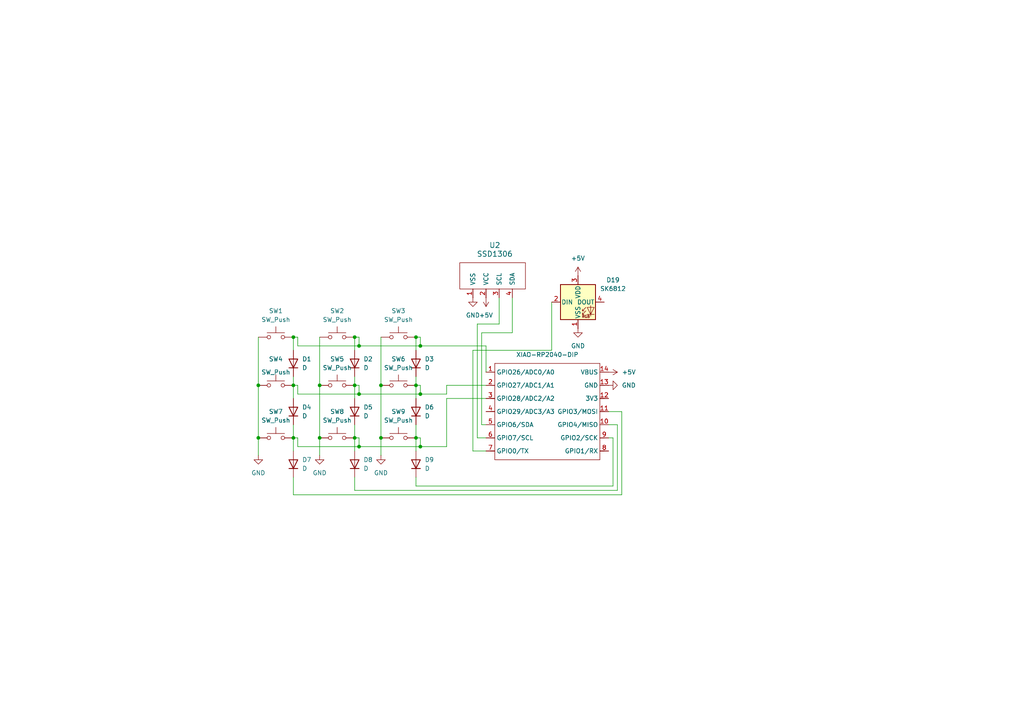
<source format=kicad_sch>
(kicad_sch (version 20250114) (generator "eeschema") (generator_version "9.0")
  (paper "A4")
  (lib_symbols
    (symbol "Device:D" (pin_numbers (hide yes)) (pin_names (offset 1.016) (hide yes))
      (property "Reference" "D" (at 0 2.54 0))
      (property "Value" "D" (at 0 -2.54 0))
      (symbol "D_0_1"
        (polyline (pts (xy -1.27 1.27) (xy -1.27 -1.27)) (stroke (width 0.254)))
        (polyline (pts (xy 1.27 1.27) (xy 1.27 -1.27) (xy -1.27 0) (xy 1.27 1.27)) (stroke (width 0.254)))
        (polyline (pts (xy 1.27 0) (xy -1.27 0)))
      )
      (symbol "D_1_1"
        (pin passive line (at -3.81 0 0) (length 2.54) (name "K") (number "1"))
        (pin passive line (at 3.81 0 180) (length 2.54) (name "A") (number "2"))
      )
    )
    (symbol "LED:SK6812" (pin_names (offset 0.254))
      (property "Reference" "D" (at 5.08 5.715 0))
      (property "Value" "SK6812" (at 1.27 -5.715 0))
      (symbol "SK6812_0_0"
        (text "RGB" (at 2.286 -4.191 0) (effects (font (size 0.762 0.762))))
      )
      (symbol "SK6812_0_1"
        (polyline (pts (xy 1.27 -2.54) (xy 1.778 -2.54)))
        (polyline (pts (xy 1.27 -3.556) (xy 1.778 -3.556)))
        (polyline (pts (xy 2.286 -1.524) (xy 1.27 -2.54) (xy 1.27 -2.032)))
        (polyline (pts (xy 2.286 -2.54) (xy 1.27 -3.556) (xy 1.27 -3.048)))
        (polyline (pts (xy 3.683 -1.016) (xy 3.683 -3.556) (xy 3.683 -4.064)))
        (polyline (pts (xy 4.699 -1.524) (xy 2.667 -1.524) (xy 3.683 -3.556) (xy 4.699 -1.524)))
        (polyline (pts (xy 4.699 -3.556) (xy 2.667 -3.556)))
        (rectangle (start 5.08 5.08) (end -5.08 -5.08) (stroke (width 0.254)) (fill (type background)))
      )
      (symbol "SK6812_1_1"
        (pin input line (at -7.62 0 0) (length 2.54) (name "DIN") (number "2"))
        (pin power_in line (at 0 7.62 270) (length 2.54) (name "VDD") (number "3"))
        (pin power_in line (at 0 -7.62 90) (length 2.54) (name "VSS") (number "1"))
        (pin output line (at 7.62 0 180) (length 2.54) (name "DOUT") (number "4"))
      )
    )
    (symbol "SSD1306_OLED-0.91-128x32:SSD1306" (pin_names (offset 1.016))
      (property "Reference" "U2" (at -3.81 15.24 0))
      (property "Value" "SSD1306" (at -3.81 12.7 0))
      (symbol "SSD1306_0_1"
        (rectangle (start -13.97 10.16) (end 5.08 2.54))
      )
      (symbol "SSD1306_1_1"
        (pin output line (at -10.16 0 90) (length 2.54) (name "VSS") (number "1"))
        (pin input line (at -6.35 0 90) (length 2.54) (name "VCC") (number "2"))
        (pin input line (at -2.54 0 90) (length 2.54) (name "SCL") (number "3"))
        (pin input line (at 1.27 0 90) (length 2.54) (name "SDA") (number "4"))
      )
    )
    (symbol "Seeed_Studio_XIAO_Series:XIAO-RP2040-DIP"
      (property "Reference" "U" (at 0 0 0))
      (property "Value" "XIAO-RP2040-DIP" (at 5.334 -1.778 0))
      (symbol "XIAO-RP2040-DIP_1_0"
        (polyline (pts (xy -1.27 -2.54) (xy 29.21 -2.54)) (stroke (width 0.1524)))
        (polyline (pts (xy -1.27 -5.08) (xy -2.54 -5.08)) (stroke (width 0.1524)))
        (polyline (pts (xy -1.27 -5.08) (xy -1.27 -2.54)) (stroke (width 0.1524)))
        (polyline (pts (xy -1.27 -8.89) (xy -2.54 -8.89)) (stroke (width 0.1524)))
        (polyline (pts (xy -1.27 -8.89) (xy -1.27 -5.08)) (stroke (width 0.1524)))
        (polyline (pts (xy -1.27 -12.7) (xy -2.54 -12.7)) (stroke (width 0.1524)))
        (polyline (pts (xy -1.27 -12.7) (xy -1.27 -8.89)) (stroke (width 0.1524)))
        (polyline (pts (xy -1.27 -16.51) (xy -2.54 -16.51)) (stroke (width 0.1524)))
        (polyline (pts (xy -1.27 -16.51) (xy -1.27 -12.7)) (stroke (width 0.1524)))
        (polyline (pts (xy -1.27 -20.32) (xy -2.54 -20.32)) (stroke (width 0.1524)))
        (polyline (pts (xy -1.27 -24.13) (xy -2.54 -24.13)) (stroke (width 0.1524)))
        (polyline (pts (xy -1.27 -27.94) (xy -2.54 -27.94)) (stroke (width 0.1524)))
        (polyline (pts (xy -1.27 -30.48) (xy -1.27 -16.51)) (stroke (width 0.1524)))
        (polyline (pts (xy 29.21 -2.54) (xy 29.21 -5.08)) (stroke (width 0.1524)))
        (polyline (pts (xy 29.21 -5.08) (xy 29.21 -8.89)) (stroke (width 0.1524)))
        (polyline (pts (xy 29.21 -8.89) (xy 29.21 -12.7)) (stroke (width 0.1524)))
        (polyline (pts (xy 29.21 -12.7) (xy 29.21 -30.48)) (stroke (width 0.1524)))
        (polyline (pts (xy 29.21 -30.48) (xy -1.27 -30.48)) (stroke (width 0.1524)))
        (polyline (pts (xy 30.48 -5.08) (xy 29.21 -5.08)) (stroke (width 0.1524)))
        (polyline (pts (xy 30.48 -8.89) (xy 29.21 -8.89)) (stroke (width 0.1524)))
        (polyline (pts (xy 30.48 -12.7) (xy 29.21 -12.7)) (stroke (width 0.1524)))
        (polyline (pts (xy 30.48 -16.51) (xy 29.21 -16.51)) (stroke (width 0.1524)))
        (polyline (pts (xy 30.48 -20.32) (xy 29.21 -20.32)) (stroke (width 0.1524)))
        (polyline (pts (xy 30.48 -24.13) (xy 29.21 -24.13)) (stroke (width 0.1524)))
        (polyline (pts (xy 30.48 -27.94) (xy 29.21 -27.94)) (stroke (width 0.1524)))
        (pin passive line (at -3.81 -5.08 0) (length 2.54) (name "GPIO26/ADC0/A0") (number "1"))
        (pin passive line (at -3.81 -8.89 0) (length 2.54) (name "GPIO27/ADC1/A1") (number "2"))
        (pin passive line (at -3.81 -12.7 0) (length 2.54) (name "GPIO28/ADC2/A2") (number "3"))
        (pin passive line (at -3.81 -16.51 0) (length 2.54) (name "GPIO29/ADC3/A3") (number "4"))
        (pin passive line (at -3.81 -20.32 0) (length 2.54) (name "GPIO6/SDA") (number "5"))
        (pin passive line (at -3.81 -24.13 0) (length 2.54) (name "GPIO7/SCL") (number "6"))
        (pin passive line (at -3.81 -27.94 0) (length 2.54) (name "GPIO0/TX") (number "7"))
        (pin passive line (at 31.75 -5.08 180) (length 2.54) (name "VBUS") (number "14"))
        (pin passive line (at 31.75 -8.89 180) (length 2.54) (name "GND") (number "13"))
        (pin passive line (at 31.75 -12.7 180) (length 2.54) (name "3V3") (number "12"))
        (pin passive line (at 31.75 -16.51 180) (length 2.54) (name "GPIO3/MOSI") (number "11"))
        (pin passive line (at 31.75 -20.32 180) (length 2.54) (name "GPIO4/MISO") (number "10"))
        (pin passive line (at 31.75 -24.13 180) (length 2.54) (name "GPIO2/SCK") (number "9"))
        (pin passive line (at 31.75 -27.94 180) (length 2.54) (name "GPIO1/RX") (number "8"))
      )
    )
    (symbol "Switch:SW_Push" (pin_numbers (hide yes)) (pin_names (offset 1.016) (hide yes))
      (property "Reference" "SW" (at 1.27 2.54 0))
      (property "Value" "SW_Push" (at 0 -1.524 0))
      (symbol "SW_Push_0_1"
        (circle (center -2.032 0) (radius 0.508))
        (polyline (pts (xy 0 1.27) (xy 0 3.048)))
        (circle (center 2.032 0) (radius 0.508))
        (polyline (pts (xy 2.54 1.27) (xy -2.54 1.27)))
        (pin passive line (at -5.08 0 0) (length 2.54) (name "1") (number "1"))
        (pin passive line (at 5.08 0 180) (length 2.54) (name "2") (number "2"))
      )
    )
    (symbol "power:+5V" (power) (pin_numbers (hide yes)) (pin_names (offset 0) (hide yes))
      (property "Value" "+5V" (at 0 3.556 0))
      (symbol "+5V_0_1"
        (polyline (pts (xy -0.762 1.27) (xy 0 2.54)))
        (polyline (pts (xy 0 2.54) (xy 0.762 1.27)))
        (polyline (pts (xy 0 0) (xy 0 2.54)))
      )
      (symbol "+5V_1_1"
        (pin power_in line (at 0 0 90) (length 0) (name "~") (number "1"))
      )
    )
    (symbol "power:GND" (power) (pin_numbers (hide yes)) (pin_names (offset 0) (hide yes))
      (property "Value" "GND" (at 0 -3.81 0))
      (symbol "GND_0_1"
        (polyline (pts (xy 0 0) (xy 0 -1.27) (xy 1.27 -1.27) (xy 0 -2.54) (xy -1.27 -1.27) (xy 0 -1.27)))
      )
      (symbol "GND_1_1"
        (pin power_in line (at 0 0 270) (length 0) (name "~") (number "1"))
      )
    )
  )
  (junction (at 74.93 111.76))
  (junction (at 110.49 111.76))
  (junction (at 102.87 97.79))
  (junction (at 120.65 97.79))
  (junction (at 85.09 127))
  (junction (at 92.71 111.76))
  (junction (at 85.09 97.79))
  (junction (at 121.92 129.54))
  (junction (at 102.87 111.76))
  (junction (at 120.65 127))
  (junction (at 104.14 129.54))
  (junction (at 104.14 100.33))
  (junction (at 104.14 114.3))
  (junction (at 74.93 127))
  (junction (at 85.09 111.76))
  (junction (at 120.65 111.76))
  (junction (at 121.92 100.33))
  (junction (at 110.49 127))
  (junction (at 121.92 114.3))
  (junction (at 92.71 127))
  (junction (at 102.87 127))
  (wire (pts (xy 92.71 127) (xy 92.71 132.08)))
  (wire (pts (xy 86.36 111.76) (xy 86.36 114.3)))
  (wire (pts (xy 180.34 119.38) (xy 176.53 119.38)))
  (wire (pts (xy 120.65 127) (xy 120.65 130.81)))
  (wire (pts (xy 160.02 87.63) (xy 160.02 101.6)))
  (wire (pts (xy 121.92 97.79) (xy 121.92 100.33)))
  (wire (pts (xy 138.43 93.98) (xy 138.43 127)))
  (wire (pts (xy 179.07 123.19) (xy 176.53 123.19)))
  (wire (pts (xy 102.87 111.76) (xy 104.14 111.76)))
  (wire (pts (xy 121.92 127) (xy 121.92 129.54)))
  (wire (pts (xy 137.16 101.6) (xy 137.16 130.81)))
  (wire (pts (xy 92.71 111.76) (xy 92.71 127)))
  (wire (pts (xy 104.14 127) (xy 104.14 129.54)))
  (wire (pts (xy 102.87 109.22) (xy 102.87 111.76)))
  (wire (pts (xy 137.16 130.81) (xy 140.97 130.81)))
  (wire (pts (xy 179.07 142.24) (xy 179.07 123.19)))
  (wire (pts (xy 86.36 114.3) (xy 104.14 114.3)))
  (wire (pts (xy 120.65 111.76) (xy 120.65 115.57)))
  (wire (pts (xy 85.09 97.79) (xy 85.09 101.6)))
  (wire (pts (xy 177.8 127) (xy 176.53 127)))
  (wire (pts (xy 110.49 111.76) (xy 110.49 127)))
  (wire (pts (xy 120.65 123.19) (xy 120.65 127)))
  (wire (pts (xy 85.09 143.51) (xy 180.34 143.51)))
  (wire (pts (xy 160.02 101.6) (xy 137.16 101.6)))
  (wire (pts (xy 110.49 97.79) (xy 110.49 111.76)))
  (wire (pts (xy 129.54 129.54) (xy 129.54 115.57)))
  (wire (pts (xy 140.97 100.33) (xy 140.97 107.95)))
  (wire (pts (xy 121.92 111.76) (xy 121.92 114.3)))
  (wire (pts (xy 144.78 86.36) (xy 144.78 93.98)))
  (wire (pts (xy 102.87 127) (xy 104.14 127)))
  (wire (pts (xy 144.78 93.98) (xy 138.43 93.98)))
  (wire (pts (xy 129.54 111.76) (xy 140.97 111.76)))
  (wire (pts (xy 148.59 96.52) (xy 139.7 96.52)))
  (wire (pts (xy 85.09 109.22) (xy 85.09 111.76)))
  (wire (pts (xy 121.92 100.33) (xy 140.97 100.33)))
  (wire (pts (xy 102.87 123.19) (xy 102.87 127)))
  (wire (pts (xy 86.36 100.33) (xy 104.14 100.33)))
  (wire (pts (xy 121.92 129.54) (xy 129.54 129.54)))
  (wire (pts (xy 85.09 123.19) (xy 85.09 127)))
  (wire (pts (xy 120.65 138.43) (xy 120.65 140.97)))
  (wire (pts (xy 86.36 97.79) (xy 86.36 100.33)))
  (wire (pts (xy 139.7 123.19) (xy 140.97 123.19)))
  (wire (pts (xy 104.14 129.54) (xy 121.92 129.54)))
  (wire (pts (xy 74.93 127) (xy 74.93 132.08)))
  (wire (pts (xy 104.14 100.33) (xy 121.92 100.33)))
  (wire (pts (xy 120.65 127) (xy 121.92 127)))
  (wire (pts (xy 120.65 97.79) (xy 121.92 97.79)))
  (wire (pts (xy 102.87 97.79) (xy 102.87 101.6)))
  (wire (pts (xy 177.8 140.97) (xy 177.8 127)))
  (wire (pts (xy 104.14 114.3) (xy 121.92 114.3)))
  (wire (pts (xy 148.59 86.36) (xy 148.59 96.52)))
  (wire (pts (xy 85.09 111.76) (xy 85.09 115.57)))
  (wire (pts (xy 104.14 111.76) (xy 104.14 114.3)))
  (wire (pts (xy 74.93 97.79) (xy 74.93 111.76)))
  (wire (pts (xy 120.65 111.76) (xy 121.92 111.76)))
  (wire (pts (xy 85.09 97.79) (xy 86.36 97.79)))
  (wire (pts (xy 85.09 111.76) (xy 86.36 111.76)))
  (wire (pts (xy 102.87 97.79) (xy 104.14 97.79)))
  (wire (pts (xy 85.09 127) (xy 85.09 130.81)))
  (wire (pts (xy 74.93 111.76) (xy 74.93 127)))
  (wire (pts (xy 86.36 127) (xy 86.36 129.54)))
  (wire (pts (xy 121.92 114.3) (xy 129.54 114.3)))
  (wire (pts (xy 120.65 140.97) (xy 177.8 140.97)))
  (wire (pts (xy 120.65 109.22) (xy 120.65 111.76)))
  (wire (pts (xy 102.87 138.43) (xy 102.87 142.24)))
  (wire (pts (xy 102.87 111.76) (xy 102.87 115.57)))
  (wire (pts (xy 120.65 97.79) (xy 120.65 101.6)))
  (wire (pts (xy 138.43 127) (xy 140.97 127)))
  (wire (pts (xy 85.09 127) (xy 86.36 127)))
  (wire (pts (xy 102.87 142.24) (xy 179.07 142.24)))
  (wire (pts (xy 86.36 129.54) (xy 104.14 129.54)))
  (wire (pts (xy 92.71 97.79) (xy 92.71 111.76)))
  (wire (pts (xy 102.87 127) (xy 102.87 130.81)))
  (wire (pts (xy 104.14 97.79) (xy 104.14 100.33)))
  (wire (pts (xy 139.7 96.52) (xy 139.7 123.19)))
  (wire (pts (xy 129.54 115.57) (xy 140.97 115.57)))
  (wire (pts (xy 110.49 127) (xy 110.49 132.08)))
  (wire (pts (xy 129.54 114.3) (xy 129.54 111.76)))
  (wire (pts (xy 180.34 143.51) (xy 180.34 119.38)))
  (wire (pts (xy 85.09 138.43) (xy 85.09 143.51)))
  (symbol (lib_id "Switch:SW_Push") (at 80.01 127 0) (unit 1)
    (property "Reference" "SW7" (at 80.01 119.38 0))
    (property "Value" "SW_Push" (at 80.01 121.92 0))
    (property "Footprint" "Button_Switch_Keyboard:SW_Cherry_MX_1.00u_PCB" (effects (hide yes)))
    (property "Description" "Push button switch, generic, two pins" (effects (hide yes)))
  )
  (symbol (lib_id "power:GND") (at 167.64 95.25 0) (unit 1)
    (property "Reference" "#PWR06" (effects (hide yes)))
    (property "Value" "GND" (at 167.64 100.33 0))
    (property "Description" "Power symbol creates a global label with name \"GND\" , ground" (effects (hide yes)))
  )
  (symbol (lib_id "Device:D") (at 85.09 119.38 90) (unit 1)
    (property "Reference" "D4" (at 87.63 118.1099 90) (effects (justify right)))
    (property "Value" "D" (at 87.63 120.6499 90) (effects (justify right)))
    (property "Footprint" "Diode_THT:D_DO-35_SOD27_P7.62mm_Horizontal" (effects (hide yes)))
    (property "Description" "Diode" (effects (hide yes)))
    (property "Sim.Device" "D" (effects (hide yes)))
    (property "Sim.Pins" "1=K 2=A" (effects (hide yes)))
  )
  (symbol (lib_id "Switch:SW_Push") (at 80.01 111.76 0) (unit 1)
    (property "Reference" "SW4" (at 80.01 104.14 0))
    (property "Value" "SW_Push" (at 80.01 107.95 0))
    (property "Footprint" "Button_Switch_Keyboard:SW_Cherry_MX_1.00u_PCB" (effects (hide yes)))
    (property "Description" "Push button switch, generic, two pins" (effects (hide yes)))
  )
  (symbol (lib_id "Switch:SW_Push") (at 97.79 97.79 0) (unit 1)
    (property "Reference" "SW2" (at 97.79 90.17 0))
    (property "Value" "SW_Push" (at 97.79 92.71 0))
    (property "Footprint" "Button_Switch_Keyboard:SW_Cherry_MX_1.00u_PCB" (effects (hide yes)))
    (property "Description" "Push button switch, generic, two pins" (effects (hide yes)))
  )
  (symbol (lib_id "power:+5V") (at 140.97 86.36 180) (unit 1)
    (property "Reference" "#PWR04" (effects (hide yes)))
    (property "Value" "+5V" (at 140.97 91.44 0))
    (property "Description" "Power symbol creates a global label with name \"+5V\"" (effects (hide yes)))
  )
  (symbol (lib_id "Device:D") (at 102.87 134.62 90) (unit 1)
    (property "Reference" "D8" (at 105.41 133.3499 90) (effects (justify right)))
    (property "Value" "D" (at 105.41 135.8899 90) (effects (justify right)))
    (property "Footprint" "Diode_THT:D_DO-35_SOD27_P7.62mm_Horizontal" (effects (hide yes)))
    (property "Description" "Diode" (effects (hide yes)))
    (property "Sim.Device" "D" (effects (hide yes)))
    (property "Sim.Pins" "1=K 2=A" (effects (hide yes)))
  )
  (symbol (lib_id "Device:D") (at 102.87 119.38 90) (unit 1)
    (property "Reference" "D5" (at 105.41 118.1099 90) (effects (justify right)))
    (property "Value" "D" (at 105.41 120.6499 90) (effects (justify right)))
    (property "Footprint" "Diode_THT:D_DO-35_SOD27_P7.62mm_Horizontal" (effects (hide yes)))
    (property "Description" "Diode" (effects (hide yes)))
    (property "Sim.Device" "D" (effects (hide yes)))
    (property "Sim.Pins" "1=K 2=A" (effects (hide yes)))
  )
  (symbol (lib_id "power:GND") (at 110.49 132.08 0) (unit 1)
    (property "Reference" "#PWR09" (effects (hide yes)))
    (property "Value" "GND" (at 110.49 137.16 0))
    (property "Description" "Power symbol creates a global label with name \"GND\" , ground" (effects (hide yes)))
  )
  (symbol (lib_id "Switch:SW_Push") (at 97.79 111.76 0) (unit 1)
    (property "Reference" "SW5" (at 97.79 104.14 0))
    (property "Value" "SW_Push" (at 97.79 106.68 0))
    (property "Footprint" "Button_Switch_Keyboard:SW_Cherry_MX_1.00u_PCB" (effects (hide yes)))
    (property "Description" "Push button switch, generic, two pins" (effects (hide yes)))
  )
  (symbol (lib_id "power:GND") (at 74.93 132.08 0) (unit 1)
    (property "Reference" "#PWR03" (effects (hide yes)))
    (property "Value" "GND" (at 74.93 137.16 0))
    (property "Description" "Power symbol creates a global label with name \"GND\" , ground" (effects (hide yes)))
  )
  (symbol (lib_id "Switch:SW_Push") (at 115.57 111.76 0) (unit 1)
    (property "Reference" "SW6" (at 115.57 104.14 0))
    (property "Value" "SW_Push" (at 115.57 106.68 0))
    (property "Footprint" "Button_Switch_Keyboard:SW_Cherry_MX_1.00u_PCB" (effects (hide yes)))
    (property "Description" "Push button switch, generic, two pins" (effects (hide yes)))
  )
  (symbol (lib_id "Device:D") (at 120.65 105.41 90) (unit 1)
    (property "Reference" "D3" (at 123.19 104.1399 90) (effects (justify right)))
    (property "Value" "D" (at 123.19 106.6799 90) (effects (justify right)))
    (property "Footprint" "Diode_THT:D_DO-35_SOD27_P7.62mm_Horizontal" (effects (hide yes)))
    (property "Description" "Diode" (effects (hide yes)))
    (property "Sim.Device" "D" (effects (hide yes)))
    (property "Sim.Pins" "1=K 2=A" (effects (hide yes)))
  )
  (symbol (lib_id "Switch:SW_Push") (at 97.79 127 0) (unit 1)
    (property "Reference" "SW8" (at 97.79 119.38 0))
    (property "Value" "SW_Push" (at 97.79 121.92 0))
    (property "Footprint" "Button_Switch_Keyboard:SW_Cherry_MX_1.00u_PCB" (effects (hide yes)))
    (property "Description" "Push button switch, generic, two pins" (effects (hide yes)))
  )
  (symbol (lib_id "Device:D") (at 85.09 134.62 90) (unit 1)
    (property "Reference" "D7" (at 87.63 133.3499 90) (effects (justify right)))
    (property "Value" "D" (at 87.63 135.8899 90) (effects (justify right)))
    (property "Footprint" "Diode_THT:D_DO-35_SOD27_P7.62mm_Horizontal" (effects (hide yes)))
    (property "Description" "Diode" (effects (hide yes)))
    (property "Sim.Device" "D" (effects (hide yes)))
    (property "Sim.Pins" "1=K 2=A" (effects (hide yes)))
  )
  (symbol (lib_id "power:+5V") (at 176.53 107.95 270) (unit 1)
    (property "Reference" "#PWR02" (effects (hide yes)))
    (property "Value" "+5V" (at 180.34 107.9499 90) (effects (justify left)))
    (property "Description" "Power symbol creates a global label with name \"+5V\"" (effects (hide yes)))
  )
  (symbol (lib_id "Device:D") (at 102.87 105.41 90) (unit 1)
    (property "Reference" "D2" (at 105.41 104.1399 90) (effects (justify right)))
    (property "Value" "D" (at 105.41 106.6799 90) (effects (justify right)))
    (property "Footprint" "Diode_THT:D_DO-35_SOD27_P7.62mm_Horizontal" (effects (hide yes)))
    (property "Description" "Diode" (effects (hide yes)))
    (property "Sim.Device" "D" (effects (hide yes)))
    (property "Sim.Pins" "1=K 2=A" (effects (hide yes)))
  )
  (symbol (lib_id "Switch:SW_Push") (at 80.01 97.79 0) (unit 1)
    (property "Reference" "SW1" (at 80.01 90.17 0))
    (property "Value" "SW_Push" (at 80.01 92.71 0))
    (property "Footprint" "Button_Switch_Keyboard:SW_Cherry_MX_1.00u_PCB" (effects (hide yes)))
    (property "Description" "Push button switch, generic, two pins" (effects (hide yes)))
  )
  (symbol (lib_id "Device:D") (at 120.65 134.62 90) (unit 1)
    (property "Reference" "D9" (at 123.19 133.3499 90) (effects (justify right)))
    (property "Value" "D" (at 123.19 135.8899 90) (effects (justify right)))
    (property "Footprint" "Diode_THT:D_DO-35_SOD27_P7.62mm_Horizontal" (effects (hide yes)))
    (property "Description" "Diode" (effects (hide yes)))
    (property "Sim.Device" "D" (effects (hide yes)))
    (property "Sim.Pins" "1=K 2=A" (effects (hide yes)))
  )
  (symbol (lib_id "Device:D") (at 120.65 119.38 90) (unit 1)
    (property "Reference" "D6" (at 123.19 118.1099 90) (effects (justify right)))
    (property "Value" "D" (at 123.19 120.6499 90) (effects (justify right)))
    (property "Footprint" "Diode_THT:D_DO-35_SOD27_P7.62mm_Horizontal" (effects (hide yes)))
    (property "Description" "Diode" (effects (hide yes)))
    (property "Sim.Device" "D" (effects (hide yes)))
    (property "Sim.Pins" "1=K 2=A" (effects (hide yes)))
  )
  (symbol (lib_id "Device:D") (at 85.09 105.41 90) (unit 1)
    (property "Reference" "D1" (at 87.63 104.1399 90) (effects (justify right)))
    (property "Value" "D" (at 87.63 106.6799 90) (effects (justify right)))
    (property "Footprint" "Diode_THT:D_DO-35_SOD27_P7.62mm_Horizontal" (effects (hide yes)))
    (property "Description" "Diode" (effects (hide yes)))
    (property "Sim.Device" "D" (effects (hide yes)))
    (property "Sim.Pins" "1=K 2=A" (effects (hide yes)))
  )
  (symbol (lib_id "Seeed_Studio_XIAO_Series:XIAO-RP2040-DIP") (at 144.78 102.87 0) (unit 1)
    (property "Reference" "U1" (effects (hide yes)))
    (property "Value" "XIAO-RP2040-DIP" (at 158.75 102.87 0))
    (property "Footprint" "Seeed Studio XIAO Series Library:XIAO-RP2040-DIP" (effects (hide yes)))
  )
  (symbol (lib_id "SSD1306_OLED-0.91-128x32:SSD1306") (at 147.32 86.36 0) (unit 1)
    (property "Reference" "U2" (at 143.51 71.12 0) (effects (font (size 1.524 1.524))))
    (property "Value" "SSD1306" (at 143.51 73.66 0) (effects (font (size 1.524 1.524))))
    (property "Footprint" "KiCad-SSD1306-0.91-OLED-4pin-128x32:SSD1306-0.91-OLED-4pin-128x32" (effects (hide yes)))
  )
  (symbol (lib_id "power:GND") (at 176.53 111.76 90) (unit 1)
    (property "Reference" "#PWR01" (effects (hide yes)))
    (property "Value" "GND" (at 180.34 111.7599 90) (effects (justify right)))
    (property "Description" "Power symbol creates a global label with name \"GND\" , ground" (effects (hide yes)))
  )
  (symbol (lib_id "power:GND") (at 92.71 132.08 0) (unit 1)
    (property "Reference" "#PWR08" (effects (hide yes)))
    (property "Value" "GND" (at 92.71 137.16 0))
    (property "Description" "Power symbol creates a global label with name \"GND\" , ground" (effects (hide yes)))
  )
  (symbol (lib_id "LED:SK6812") (at 167.64 87.63 0) (unit 1)
    (property "Reference" "D19" (at 177.8 81.2098 0))
    (property "Value" "SK6812" (at 177.8 83.7498 0))
    (property "Footprint" "LED_SMD:LED_SK6812_PLCC4_5.0x5.0mm_P3.2mm" (effects (hide yes)))
    (property "Datasheet" "https://cdn-shop.adafruit.com/product-files/1138/SK6812+LED+datasheet+.pdf" (effects (hide yes)))
    (property "Description" "RGB LED with integrated controller" (effects (hide yes)))
  )
  (symbol (lib_id "Switch:SW_Push") (at 115.57 127 0) (unit 1)
    (property "Reference" "SW9" (at 115.57 119.38 0))
    (property "Value" "SW_Push" (at 115.57 121.92 0))
    (property "Footprint" "Button_Switch_Keyboard:SW_Cherry_MX_1.00u_PCB" (effects (hide yes)))
    (property "Description" "Push button switch, generic, two pins" (effects (hide yes)))
  )
  (symbol (lib_id "power:+5V") (at 167.64 80.01 0) (unit 1)
    (property "Reference" "#PWR07" (effects (hide yes)))
    (property "Value" "+5V" (at 167.64 74.93 0))
    (property "Description" "Power symbol creates a global label with name \"+5V\"" (effects (hide yes)))
  )
  (symbol (lib_id "Switch:SW_Push") (at 115.57 97.79 0) (unit 1)
    (property "Reference" "SW3" (at 115.57 90.17 0))
    (property "Value" "SW_Push" (at 115.57 92.71 0))
    (property "Footprint" "Button_Switch_Keyboard:SW_Cherry_MX_1.00u_PCB" (effects (hide yes)))
    (property "Description" "Push button switch, generic, two pins" (effects (hide yes)))
  )
  (symbol (lib_id "power:GND") (at 137.16 86.36 0) (unit 1)
    (property "Reference" "#PWR05" (effects (hide yes)))
    (property "Value" "GND" (at 137.16 91.44 0))
    (property "Description" "Power symbol creates a global label with name \"GND\" , ground" (effects (hide yes)))
  )
)
</source>
